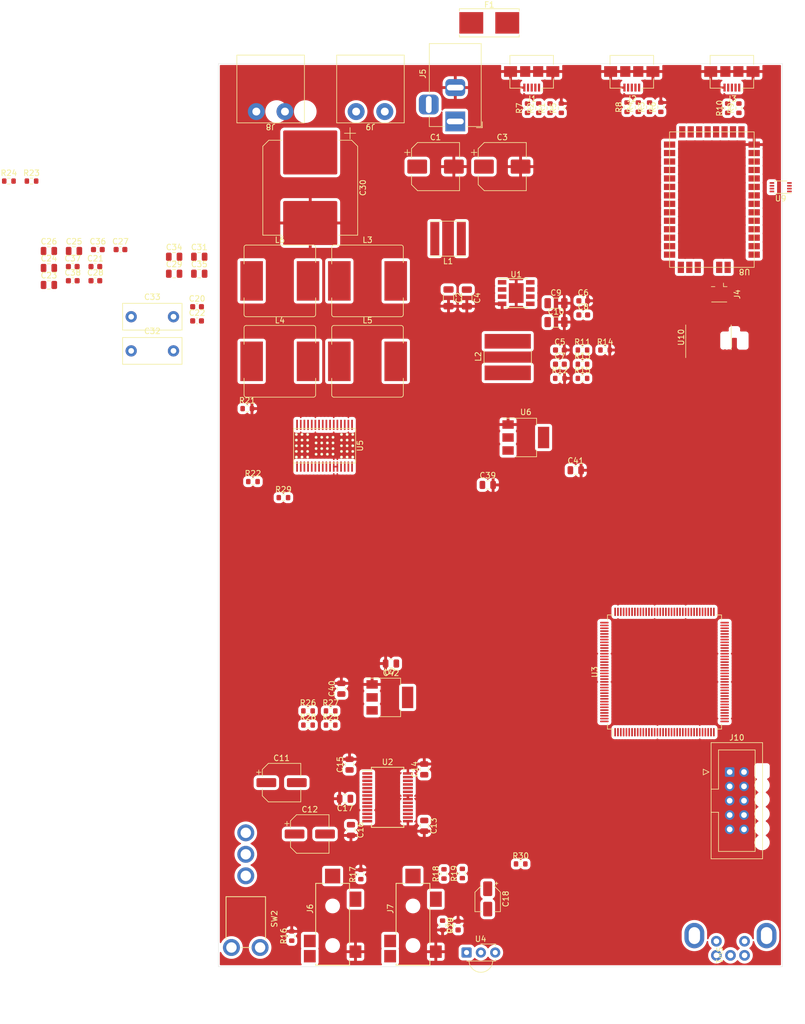
<source format=kicad_pcb>
(kicad_pcb (version 20201116) (generator pcbnew)

  (general
    (thickness 1.6)
  )

  (paper "A4")
  (layers
    (0 "F.Cu" signal)
    (31 "B.Cu" signal)
    (32 "B.Adhes" user "B.Adhesive")
    (33 "F.Adhes" user "F.Adhesive")
    (34 "B.Paste" user)
    (35 "F.Paste" user)
    (36 "B.SilkS" user "B.Silkscreen")
    (37 "F.SilkS" user "F.Silkscreen")
    (38 "B.Mask" user)
    (39 "F.Mask" user)
    (40 "Dwgs.User" user "User.Drawings")
    (41 "Cmts.User" user "User.Comments")
    (42 "Eco1.User" user "User.Eco1")
    (43 "Eco2.User" user "User.Eco2")
    (44 "Edge.Cuts" user)
    (45 "Margin" user)
    (46 "B.CrtYd" user "B.Courtyard")
    (47 "F.CrtYd" user "F.Courtyard")
    (48 "B.Fab" user)
    (49 "F.Fab" user)
  )

  (setup
    (pcbplotparams
      (layerselection 0x00010fc_ffffffff)
      (disableapertmacros false)
      (usegerberextensions false)
      (usegerberattributes true)
      (usegerberadvancedattributes true)
      (creategerberjobfile true)
      (svguseinch false)
      (svgprecision 6)
      (excludeedgelayer true)
      (plotframeref false)
      (viasonmask false)
      (mode 1)
      (useauxorigin false)
      (hpglpennumber 1)
      (hpglpenspeed 20)
      (hpglpendiameter 15.000000)
      (psnegative false)
      (psa4output false)
      (plotreference true)
      (plotvalue true)
      (plotinvisibletext false)
      (sketchpadsonfab false)
      (subtractmaskfromsilk false)
      (outputformat 1)
      (mirror false)
      (drillshape 1)
      (scaleselection 1)
      (outputdirectory "")
    )
  )


  (net 0 "")
  (net 1 "/~SPK_FAULT")
  (net 2 "Net-(J10-Pad6)")
  (net 3 "Net-(J10-Pad5)")
  (net 4 "Net-(J10-Pad4)")
  (net 5 "/~SPK_SD")
  (net 6 "/HP_DETECT")
  (net 7 "+5V")
  (net 8 "Net-(J10-Pad3)")
  (net 9 "Net-(J10-Pad2)")
  (net 10 "Net-(J10-Pad1)")
  (net 11 "Net-(SW1-PadC)")
  (net 12 "GND")
  (net 13 "Net-(SW1-PadB)")
  (net 14 "Net-(SW1-PadA)")
  (net 15 "Net-(SW1-PadS2)")
  (net 16 "Net-(SW1-PadS1)")
  (net 17 "Net-(C31-Pad1)")
  (net 18 "Net-(C25-Pad2)")
  (net 19 "Net-(C24-Pad2)")
  (net 20 "Net-(C24-Pad1)")
  (net 21 "Net-(C25-Pad1)")
  (net 22 "Net-(C1-Pad1)")
  (net 23 "/19V_ANALOG")
  (net 24 "Net-(C5-Pad1)")
  (net 25 "Net-(C6-Pad1)")
  (net 26 "Net-(C7-Pad1)")
  (net 27 "Net-(C7-Pad2)")
  (net 28 "Net-(C8-Pad1)")
  (net 29 "+3.3VA")
  (net 30 "Net-(C11-Pad1)")
  (net 31 "Net-(C11-Pad2)")
  (net 32 "Net-(C12-Pad1)")
  (net 33 "Net-(C12-Pad2)")
  (net 34 "Net-(C13-Pad1)")
  (net 35 "/Speaker Amplifier/3.3V")
  (net 36 "Net-(C18-Pad1)")
  (net 37 "Net-(C18-Pad2)")
  (net 38 "Net-(C20-Pad1)")
  (net 39 "Net-(C23-Pad1)")
  (net 40 "Net-(C23-Pad2)")
  (net 41 "Net-(C26-Pad1)")
  (net 42 "Net-(C26-Pad2)")
  (net 43 "Net-(C29-Pad1)")
  (net 44 "Net-(C32-Pad1)")
  (net 45 "Net-(C33-Pad1)")
  (net 46 "Net-(C36-Pad1)")
  (net 47 "Net-(C36-Pad2)")
  (net 48 "Net-(C37-Pad1)")
  (net 49 "Net-(F1-Pad2)")
  (net 50 "Net-(J1-Pad1)")
  (net 51 "Net-(J1-Pad2)")
  (net 52 "Net-(J1-Pad3)")
  (net 53 "Net-(J1-Pad4)")
  (net 54 "Net-(J2-Pad1)")
  (net 55 "Net-(J2-Pad2)")
  (net 56 "Net-(J2-Pad3)")
  (net 57 "Net-(J2-Pad4)")
  (net 58 "Net-(J3-Pad1)")
  (net 59 "Net-(J3-Pad2)")
  (net 60 "Net-(J3-Pad3)")
  (net 61 "Net-(J3-Pad4)")
  (net 62 "Net-(J5-Pad3)")
  (net 63 "Net-(J6-PadRN)")
  (net 64 "Net-(J6-PadTN)")
  (net 65 "Net-(J7-PadR)")
  (net 66 "Net-(J7-PadRN)")
  (net 67 "Net-(J7-PadTN)")
  (net 68 "/Processor/USB1_DETECT")
  (net 69 "/Processor/USB1_DM")
  (net 70 "/Processor/USB2_DETECT")
  (net 71 "/Processor/USB2_DM")
  (net 72 "/Processor/USB1_DP")
  (net 73 "/Processor/USB2_DP")
  (net 74 "/Bluetooth/USB3_DM")
  (net 75 "/Bluetooth/USB3_DP")
  (net 76 "Net-(R11-Pad1)")
  (net 77 "Net-(R13-Pad1)")
  (net 78 "Net-(R18-Pad2)")
  (net 79 "Net-(R19-Pad2)")
  (net 80 "Net-(R22-Pad1)")
  (net 81 "Net-(SW2-Pad1)")
  (net 82 "Net-(SW2-Pad2)")
  (net 83 "Net-(SW2-Pad3)")
  (net 84 "Net-(U2-Pad2)")
  (net 85 "Net-(J4-Pad1)")
  (net 86 "Net-(J4-Pad2)")
  (net 87 "/AMP_I2C_SDA")
  (net 88 "Net-(R25-Pad2)")
  (net 89 "Net-(U2-Pad12)")
  (net 90 "Net-(U2-Pad13)")
  (net 91 "Net-(U2-Pad19)")
  (net 92 "Net-(U2-Pad20)")
  (net 93 "/SDO")
  (net 94 "Net-(R26-Pad2)")
  (net 95 "/SCL")
  (net 96 "Net-(U2-Pad26)")
  (net 97 "Net-(U3-Pad1)")
  (net 98 "Net-(U3-Pad2)")
  (net 99 "Net-(U3-Pad3)")
  (net 100 "Net-(U3-Pad4)")
  (net 101 "Net-(U3-Pad5)")
  (net 102 "+3V3")
  (net 103 "Net-(U3-Pad7)")
  (net 104 "Net-(U3-Pad8)")
  (net 105 "Net-(U3-Pad9)")
  (net 106 "/BT_I2C_SDA")
  (net 107 "/BT_I2C_SCL")
  (net 108 "Net-(U3-Pad12)")
  (net 109 "Net-(U3-Pad13)")
  (net 110 "Net-(U3-Pad14)")
  (net 111 "Net-(U3-Pad15)")
  (net 112 "Net-(U3-Pad18)")
  (net 113 "Net-(U3-Pad19)")
  (net 114 "Net-(U3-Pad20)")
  (net 115 "Net-(U3-Pad21)")
  (net 116 "Net-(U3-Pad22)")
  (net 117 "Net-(U3-Pad23)")
  (net 118 "Net-(U3-Pad24)")
  (net 119 "Net-(U3-Pad25)")
  (net 120 "Net-(U3-Pad26)")
  (net 121 "Net-(U3-Pad27)")
  (net 122 "/AMP_I2S_SDI")
  (net 123 "/AMP_I2S_SDO")
  (net 124 "Net-(U3-Pad32)")
  (net 125 "Net-(U3-Pad34)")
  (net 126 "Net-(U3-Pad35)")
  (net 127 "Net-(U3-Pad36)")
  (net 128 "Net-(U3-Pad37)")
  (net 129 "Net-(U3-Pad40)")
  (net 130 "Net-(U3-Pad41)")
  (net 131 "Net-(U3-Pad42)")
  (net 132 "Net-(U3-Pad43)")
  (net 133 "Net-(U3-Pad44)")
  (net 134 "Net-(U3-Pad45)")
  (net 135 "Net-(U3-Pad46)")
  (net 136 "Net-(U3-Pad47)")
  (net 137 "Net-(U3-Pad48)")
  (net 138 "Net-(U3-Pad49)")
  (net 139 "Net-(U3-Pad50)")
  (net 140 "Net-(R27-Pad2)")
  (net 141 "Net-(R28-Pad2)")
  (net 142 "Net-(U3-Pad56)")
  (net 143 "Net-(U3-Pad57)")
  (net 144 "Net-(U3-Pad58)")
  (net 145 "Net-(U3-Pad59)")
  (net 146 "Net-(U3-Pad60)")
  (net 147 "Net-(U3-Pad63)")
  (net 148 "Net-(U3-Pad64)")
  (net 149 "Net-(U3-Pad65)")
  (net 150 "Net-(U3-Pad66)")
  (net 151 "Net-(U3-Pad67)")
  (net 152 "Net-(U3-Pad68)")
  (net 153 "/AMP_I2S_CK")
  (net 154 "Net-(U3-Pad70)")
  (net 155 "Net-(U3-Pad71)")
  (net 156 "Net-(U3-Pad73)")
  (net 157 "Net-(U3-Pad77)")
  (net 158 "Net-(U3-Pad78)")
  (net 159 "Net-(U3-Pad79)")
  (net 160 "Net-(U3-Pad80)")
  (net 161 "Net-(U3-Pad81)")
  (net 162 "Net-(U3-Pad82)")
  (net 163 "Net-(U3-Pad85)")
  (net 164 "Net-(U3-Pad86)")
  (net 165 "Net-(U3-Pad87)")
  (net 166 "Net-(U3-Pad88)")
  (net 167 "Net-(U3-Pad89)")
  (net 168 "Net-(U3-Pad90)")
  (net 169 "Net-(U3-Pad91)")
  (net 170 "Net-(U3-Pad92)")
  (net 171 "Net-(U3-Pad93)")
  (net 172 "/AMP_I2S_MCK")
  (net 173 "/BT_I2S_MCK")
  (net 174 "Net-(U3-Pad98)")
  (net 175 "Net-(U3-Pad99)")
  (net 176 "Net-(U3-Pad100)")
  (net 177 "Net-(U3-Pad101)")
  (net 178 "Net-(U3-Pad105)")
  (net 179 "Net-(U3-Pad106)")
  (net 180 "Net-(U3-Pad109)")
  (net 181 "/BT_I2S_WS")
  (net 182 "Net-(U3-Pad111)")
  (net 183 "Net-(U3-Pad112)")
  (net 184 "Net-(U3-Pad113)")
  (net 185 "Net-(U3-Pad114)")
  (net 186 "Net-(U3-Pad115)")
  (net 187 "Net-(U3-Pad116)")
  (net 188 "Net-(U3-Pad117)")
  (net 189 "Net-(U3-Pad118)")
  (net 190 "Net-(U3-Pad119)")
  (net 191 "Net-(U3-Pad122)")
  (net 192 "Net-(U3-Pad123)")
  (net 193 "Net-(U3-Pad124)")
  (net 194 "Net-(U3-Pad125)")
  (net 195 "Net-(U3-Pad126)")
  (net 196 "Net-(U3-Pad127)")
  (net 197 "Net-(U3-Pad128)")
  (net 198 "Net-(U3-Pad129)")
  (net 199 "Net-(U3-Pad132)")
  (net 200 "/BT_I2S_CK")
  (net 201 "/BT_I2S_SDI")
  (net 202 "/BT_I2S_SDO")
  (net 203 "Net-(U3-Pad138)")
  (net 204 "Net-(U3-Pad139)")
  (net 205 "/AMP_I2S_WS")
  (net 206 "Net-(U3-Pad141)")
  (net 207 "Net-(U3-Pad142)")
  (net 208 "Net-(U3-Pad143)")
  (net 209 "Net-(U4-Pad1)")
  (net 210 "Net-(U4-Pad2)")
  (net 211 "Net-(U4-Pad3)")
  (net 212 "Net-(R29-Pad2)")
  (net 213 "Net-(R30-Pad2)")
  (net 214 "Net-(U8-Pad39)")
  (net 215 "Net-(U8-Pad38)")
  (net 216 "Net-(U8-Pad37)")
  (net 217 "Net-(U8-Pad36)")
  (net 218 "Net-(U8-Pad35)")
  (net 219 "Net-(U8-Pad34)")
  (net 220 "Net-(U8-Pad33)")
  (net 221 "Net-(U8-Pad32)")
  (net 222 "Net-(U8-Pad31)")
  (net 223 "Net-(U8-Pad30)")
  (net 224 "Net-(U8-Pad29)")
  (net 225 "Net-(U8-Pad28)")
  (net 226 "Net-(U8-Pad27)")
  (net 227 "Net-(U8-Pad26)")
  (net 228 "Net-(U8-Pad25)")
  (net 229 "Net-(U8-Pad24)")
  (net 230 "Net-(U8-Pad23)")
  (net 231 "Net-(U8-Pad22)")
  (net 232 "Net-(U8-Pad21)")
  (net 233 "Net-(U8-Pad20)")
  (net 234 "Net-(U8-Pad17)")
  (net 235 "Net-(U8-Pad16)")
  (net 236 "Net-(U8-Pad12)")
  (net 237 "Net-(U8-Pad11)")
  (net 238 "/Bluetooth/SDI_1.8V")
  (net 239 "/Bluetooth/CK_1.8V")
  (net 240 "/Bluetooth/WS_1.8V")
  (net 241 "Net-(U8-Pad7)")
  (net 242 "Net-(U8-Pad6)")
  (net 243 "Net-(U8-Pad5)")
  (net 244 "Net-(U8-Pad4)")
  (net 245 "Net-(U8-Pad3)")
  (net 246 "Net-(U8-Pad2)")
  (net 247 "Net-(U8-Pad1)")
  (net 248 "+1V8")
  (net 249 "/Bluetooth/CK")
  (net 250 "/Bluetooth/WS")
  (net 251 "/Bluetooth/SDI")
  (net 252 "Net-(U10-Pad24)")
  (net 253 "Net-(U10-Pad23)")
  (net 254 "Net-(U10-Pad22)")
  (net 255 "Net-(U10-Pad21)")
  (net 256 "Net-(U10-Pad20)")
  (net 257 "Net-(U10-Pad19)")
  (net 258 "Net-(U10-Pad18)")
  (net 259 "Net-(U10-Pad17)")
  (net 260 "Net-(U10-Pad16)")
  (net 261 "Net-(U10-Pad15)")
  (net 262 "Net-(U10-Pad14)")
  (net 263 "Net-(U10-Pad11)")
  (net 264 "Net-(U10-Pad10)")
  (net 265 "Net-(U10-Pad9)")
  (net 266 "Net-(U10-Pad8)")
  (net 267 "Net-(U10-Pad7)")
  (net 268 "Net-(U10-Pad6)")
  (net 269 "Net-(U10-Pad5)")
  (net 270 "Net-(U10-Pad4)")
  (net 271 "Net-(U10-Pad3)")
  (net 272 "Net-(U10-Pad2)")
  (net 273 "Net-(U10-Pad1)")
  (net 274 "Net-(J10-Pad10)")
  (net 275 "Net-(J10-Pad8)")
  (net 276 "Net-(J10-Pad9)")
  (net 277 "Net-(J10-Pad7)")

  (footprint "Resistor_SMD:R_0603_1608Metric" (layer "F.Cu") (at 137.45 32.725 90))

  (footprint "Resistor_SMD:R_0603_1608Metric" (layer "F.Cu") (at 139.45 32.725 90))

  (footprint "Resistor_SMD:R_0603_1608Metric" (layer "F.Cu") (at 143.45 32.725 90))

  (footprint "Resistor_SMD:R_0603_1608Metric" (layer "F.Cu") (at 123.8 32.9 90))

  (footprint "Connector_USB:USB_Micro-B_Amphenol_10104110_Horizontal" (layer "F.Cu") (at 138.3 27.7 180))

  (footprint "Package_QFP:LQFP-144_20x20mm_P0.5mm" (layer "F.Cu") (at 144.1 132.8 90))

  (footprint "Connector_USB:USB_Micro-B_Amphenol_10104110_Horizontal" (layer "F.Cu") (at 156.05 27.7 180))

  (footprint "Resistor_SMD:R_0603_1608Metric" (layer "F.Cu") (at 125.8 32.9 90))

  (footprint "Resistor_SMD:R_0603_1608Metric" (layer "F.Cu") (at 119.8 32.9 90))

  (footprint "Resistor_SMD:R_0603_1608Metric" (layer "F.Cu") (at 157.3 32.9 90))

  (footprint "Resistor_SMD:R_0603_1608Metric" (layer "F.Cu") (at 121.8 32.9 90))

  (footprint "Resistor_SMD:R_0603_1608Metric" (layer "F.Cu") (at 141.45 32.725 90))

  (footprint "Package_SO:SSOP-28_5.3x10.2mm_P0.65mm" (layer "F.Cu") (at 95 155))

  (footprint "Package_SO:Diodes_SO-8EP" (layer "F.Cu") (at 117.8025 65.655))

  (footprint "Connector_USB:USB_Micro-B_Amphenol_10104110_Horizontal" (layer "F.Cu") (at 120.55 27.7 180))

  (footprint "Resistor_SMD:R_0603_1608Metric" (layer "F.Cu") (at 155.3 32.9 90))

  (footprint "Connector_BarrelJack:BarrelJack_Horizontal" (layer "F.Cu") (at 107 35.25 -90))

  (footprint "OptoDevice:Vishay_MINICAST-3Pin" (layer "F.Cu") (at 109 182.5))

  (footprint "HackAmp-Footprints:Jack_3.5mm_Switchcraft_35RASMT4BHNTRX_Horizontal" (layer "F.Cu") (at 85.25 177.75 180))

  (footprint "Capacitor_SMD:C_0805_2012Metric" (layer "F.Cu") (at 101.5 160.05 -90))

  (footprint "Capacitor_SMD:C_0805_2012Metric" (layer "F.Cu") (at 101.5 150.05 90))

  (footprint "Capacitor_SMD:C_0805_2012Metric" (layer "F.Cu") (at 88.25 149.2 90))

  (footprint "Resistor_SMD:R_0603_1608Metric" (layer "F.Cu") (at 78 179.575 90))

  (footprint "Resistor_SMD:R_0603_1608Metric" (layer "F.Cu") (at 90.25 168.675 90))

  (footprint "Capacitor_SMD:C_0805_2012Metric" (layer "F.Cu") (at 88.5 160.8 -90))

  (footprint "Capacitor_SMD:C_0805_2012Metric" (layer "F.Cu") (at 87.45 155.25 180))

  (footprint "Capacitor_SMD:C_0603_1608Metric" (layer "F.Cu") (at 125.55 75.75))

  (footprint "Capacitor_SMD:C_0603_1608Metric" (layer "F.Cu") (at 125.55 78.26))

  (footprint "Resistor_SMD:R_0603_1608Metric" (layer "F.Cu") (at 129.56 75.75))

  (footprint "Resistor_SMD:R_0603_1608Metric" (layer "F.Cu") (at 125.55 80.77))

  (footprint "Resistor_SMD:R_0603_1608Metric" (layer "F.Cu") (at 129.56 78.26))

  (footprint "Resistor_SMD:R_0603_1608Metric" (layer "F.Cu") (at 133.57 75.75))

  (footprint "Resistor_SMD:R_0603_1608Metric" (layer "F.Cu") (at 129.56 80.77))

  (footprint "Resistor_SMD:R_0603_1608Metric" (layer "F.Cu") (at 108.25 168.5 90))

  (footprint "Resistor_SMD:R_0603_1608Metric" (layer "F.Cu") (at 104.75 177.675 -90))

  (footprint "Resistor_SMD:R_0603_1608Metric" (layer "F.Cu") (at 105 168.575 90))

  (footprint "HackAmp-Footprints:Jack_3.5mm_Switchcraft_35RASMT4BHNTRX_Horizontal" (layer "F.Cu") (at 99.5 177.75 180))

  (footprint "Capacitor_SMD:CP_Elec_8x10" (layer "F.Cu") (at 103.5 43.25))

  (footprint "Capacitor_SMD:C_1206_3216Metric" (layer "F.Cu") (at 105.8 66.5 -90))

  (footprint "Capacitor_SMD:CP_Elec_8x10" (layer "F.Cu") (at 115.33 43.25))

  (footprint "Capacitor_SMD:C_1206_3216Metric" (layer "F.Cu") (at 109.05 66.525 -90))

  (footprint "Inductor_SMD:L_Bourns-SRN8040_8x8.15mm" (layer "F.Cu")
    (tedit 5D866CC7) (tstamp 00000000-0000-0000-0000-00005fb054a8)
    (at 116.3 77 90)
    (descr "Bourns SRN8040 series SMD inductor 8x8.15mm, https://www.bourns.com/docs/Product-Datasheets/SRN8040.pdf")
    (tags "Bourns SRN8040 SMD inductor")
    (property "Dateiname Blatt" "power-supply.kicad_sch")
    (property "Part Name" "SRN8040-100M")
    (property "Schaltplanname" "Power Supply")
    (path "/00000000-0000-0000-0000-00005fa5bc7f/00000000-0000-0000-0000-00005fb174e8")
    (attr smd)
    (fp_text reference "L2" (at 0.09 -5.23 90) (layer "F.SilkS")
      (effects (font (size 1 1) (thickness 0.15)))
      (tstamp 39e5abd0-9138-4b9a-bee2-b6330ced7f18)
    )
    (fp_text value "10uH" (at 0.17 5.23 90) (layer "F.Fab")
      (effects (font (size 1 1) (thickness 0.15)))
      (tstamp 0a1b4d10-4862-45ae-a919-b0e85adc6717)
    )
    (fp_text user "${REFERENCE}" (at 0.127 0 90) (layer "F.Fab")
      (effects (font (size 1 1) (thickness 0.15)))
      (tstamp 03aa24e6-7c6e-4d8c-93f1-41fdaf5628ce)
    )
    (fp_
... [901297 chars truncated]
</source>
